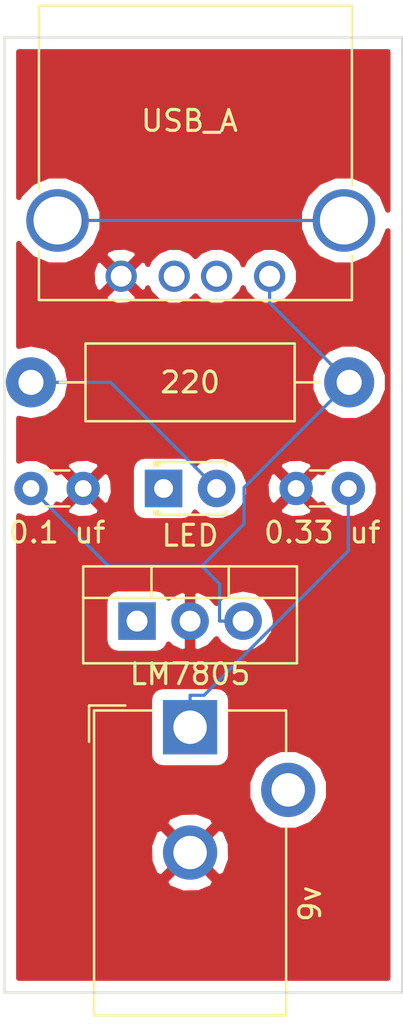
<source format=kicad_pcb>
(kicad_pcb (version 4) (host pcbnew 4.0.7)

  (general
    (links 10)
    (no_connects 0)
    (area 0 0 0 0)
    (thickness 1.6)
    (drawings 4)
    (tracks 17)
    (zones 0)
    (modules 7)
    (nets 11)
  )

  (page A4)
  (layers
    (0 F.Cu signal)
    (31 B.Cu signal)
    (36 B.SilkS user)
    (37 F.SilkS user)
    (38 B.Mask user)
    (39 F.Mask user)
    (44 Edge.Cuts user)
  )

  (setup
    (last_trace_width 0.1524)
    (trace_clearance 0.1524)
    (zone_clearance 0.508)
    (zone_45_only no)
    (trace_min 0.1524)
    (segment_width 0.2)
    (edge_width 0.1)
    (via_size 0.6858)
    (via_drill 0.3302)
    (via_min_size 0.6858)
    (via_min_drill 0.3302)
    (uvia_size 0.6858)
    (uvia_drill 0.3302)
    (uvias_allowed no)
    (uvia_min_size 0)
    (uvia_min_drill 0)
    (pcb_text_width 0.3)
    (pcb_text_size 1.5 1.5)
    (mod_edge_width 0.15)
    (mod_text_size 1 1)
    (mod_text_width 0.15)
    (pad_size 1.5 1.5)
    (pad_drill 0.6)
    (pad_to_mask_clearance 0.0508)
    (aux_axis_origin 0 0)
    (visible_elements FFFFFF7F)
    (pcbplotparams
      (layerselection 0x00030_80000001)
      (usegerberextensions false)
      (excludeedgelayer true)
      (linewidth 0.100000)
      (plotframeref false)
      (viasonmask false)
      (mode 1)
      (useauxorigin false)
      (hpglpennumber 1)
      (hpglpenspeed 20)
      (hpglpendiameter 15)
      (hpglpenoverlay 2)
      (psnegative false)
      (psa4output false)
      (plotreference true)
      (plotvalue true)
      (plotinvisibletext false)
      (padsonsilk false)
      (subtractmaskfromsilk false)
      (outputformat 1)
      (mirror false)
      (drillshape 1)
      (scaleselection 1)
      (outputdirectory ""))
  )

  (net 0 "")
  (net 1 "Net-(9v101-Pad1)")
  (net 2 GND)
  (net 3 "Net-(9v101-Pad3)")
  (net 4 "Net-(C2-Pad1)")
  (net 5 "Net-(D1-Pad1)")
  (net 6 "Net-(D1-Pad2)")
  (net 7 "Net-(J2-Pad3)")
  (net 8 "Net-(J2-Pad2)")
  (net 9 "Net-(J2-Pad5)")
  (net 10 "Net-(U1-Pad1)")

  (net_class Default "This is the default net class."
    (clearance 0.1524)
    (trace_width 0.1524)
    (via_dia 0.6858)
    (via_drill 0.3302)
    (uvia_dia 0.6858)
    (uvia_drill 0.3302)
    (add_net GND)
    (add_net "Net-(9v101-Pad1)")
    (add_net "Net-(9v101-Pad3)")
    (add_net "Net-(C2-Pad1)")
    (add_net "Net-(D1-Pad1)")
    (add_net "Net-(D1-Pad2)")
    (add_net "Net-(J2-Pad2)")
    (add_net "Net-(J2-Pad3)")
    (add_net "Net-(J2-Pad5)")
    (add_net "Net-(U1-Pad1)")
  )

  (module Connectors:Barrel_Jack_CUI_PJ-102AH (layer F.Cu) (tedit 5A820623) (tstamp 5A81FF03)
    (at 151.13 116.84)
    (descr "Thin-pin DC Barrel Jack, https://cdn-shop.adafruit.com/datasheets/21mmdcjackDatasheet.pdf")
    (tags "Power Jack")
    (path /5A728363)
    (fp_text reference 9v (at 5.75 8.45 90) (layer F.SilkS)
      (effects (font (size 1 1) (thickness 0.15)))
    )
    (fp_text value Barrel_Jack (at -5.5 6.2 90) (layer F.Fab) hide
      (effects (font (size 1 1) (thickness 0.15)))
    )
    (fp_line (start 1.8 -1.8) (end 1.8 -1.2) (layer F.CrtYd) (width 0.05))
    (fp_line (start 1.8 -1.2) (end 5 -1.2) (layer F.CrtYd) (width 0.05))
    (fp_line (start 5 -1.2) (end 5 1.2) (layer F.CrtYd) (width 0.05))
    (fp_line (start 5 1.2) (end 6.5 1.2) (layer F.CrtYd) (width 0.05))
    (fp_line (start 6.5 1.2) (end 6.5 4.8) (layer F.CrtYd) (width 0.05))
    (fp_line (start 6.5 4.8) (end 5 4.8) (layer F.CrtYd) (width 0.05))
    (fp_line (start 5 4.8) (end 5 14.2) (layer F.CrtYd) (width 0.05))
    (fp_line (start 5 14.2) (end -5 14.2) (layer F.CrtYd) (width 0.05))
    (fp_line (start -5 14.2) (end -5 -1.2) (layer F.CrtYd) (width 0.05))
    (fp_line (start -5 -1.2) (end -1.8 -1.2) (layer F.CrtYd) (width 0.05))
    (fp_line (start -1.8 -1.2) (end -1.8 -1.8) (layer F.CrtYd) (width 0.05))
    (fp_line (start -1.8 -1.8) (end 1.8 -1.8) (layer F.CrtYd) (width 0.05))
    (fp_line (start 4.6 4.8) (end 4.6 13.8) (layer F.SilkS) (width 0.12))
    (fp_line (start 4.6 13.8) (end -4.6 13.8) (layer F.SilkS) (width 0.12))
    (fp_line (start -4.6 13.8) (end -4.6 -0.8) (layer F.SilkS) (width 0.12))
    (fp_line (start -4.6 -0.8) (end -1.8 -0.8) (layer F.SilkS) (width 0.12))
    (fp_line (start 1.8 -0.8) (end 4.6 -0.8) (layer F.SilkS) (width 0.12))
    (fp_line (start 4.6 -0.8) (end 4.6 1.2) (layer F.SilkS) (width 0.12))
    (fp_line (start -4.84 0.7) (end -4.84 -1.04) (layer F.SilkS) (width 0.12))
    (fp_line (start -4.84 -1.04) (end -3.1 -1.04) (layer F.SilkS) (width 0.12))
    (fp_line (start 4.5 -0.7) (end 4.5 13.7) (layer F.Fab) (width 0.1))
    (fp_line (start 4.5 13.7) (end -4.5 13.7) (layer F.Fab) (width 0.1))
    (fp_line (start -4.5 13.7) (end -4.5 0.3) (layer F.Fab) (width 0.1))
    (fp_line (start -4.5 0.3) (end -3.5 -0.7) (layer F.Fab) (width 0.1))
    (fp_line (start -3.5 -0.7) (end 4.5 -0.7) (layer F.Fab) (width 0.1))
    (fp_line (start -4.5 10.2) (end 4.5 10.2) (layer F.Fab) (width 0.1))
    (fp_text user %R (at 0 6.5) (layer F.Fab)
      (effects (font (size 1 1) (thickness 0.15)))
    )
    (pad 1 thru_hole rect (at 0 0) (size 2.6 2.6) (drill 1.6) (layers *.Cu *.Mask)
      (net 1 "Net-(9v101-Pad1)"))
    (pad 2 thru_hole circle (at 0 6) (size 2.6 2.6) (drill 1.6) (layers *.Cu *.Mask)
      (net 2 GND))
    (pad 3 thru_hole circle (at 4.7 3) (size 2.6 2.6) (drill 1.6) (layers *.Cu *.Mask)
      (net 3 "Net-(9v101-Pad3)"))
    (model ${KISYS3DMOD}/Connectors.3dshapes/Barrel_Jack_CUI_PJ-102AH.wrl
      (at (xyz 0 0 0))
      (scale (xyz 1 1 1))
      (rotate (xyz 0 0 0))
    )
  )

  (module Capacitors_THT:C_Disc_D3.0mm_W1.6mm_P2.50mm (layer F.Cu) (tedit 5A8205F0) (tstamp 5A81FF09)
    (at 156.21 105.41)
    (descr "C, Disc series, Radial, pin pitch=2.50mm, , diameter*width=3.0*1.6mm^2, Capacitor, http://www.vishay.com/docs/45233/krseries.pdf")
    (tags "C Disc series Radial pin pitch 2.50mm  diameter 3.0mm width 1.6mm Capacitor")
    (path /5A6006B1)
    (fp_text reference C1 (at 1.25 -2.11) (layer F.SilkS) hide
      (effects (font (size 1 1) (thickness 0.15)))
    )
    (fp_text value "0.33 uf" (at 1.25 2.11) (layer F.SilkS)
      (effects (font (size 1 1) (thickness 0.15)))
    )
    (fp_line (start -0.25 -0.8) (end -0.25 0.8) (layer F.Fab) (width 0.1))
    (fp_line (start -0.25 0.8) (end 2.75 0.8) (layer F.Fab) (width 0.1))
    (fp_line (start 2.75 0.8) (end 2.75 -0.8) (layer F.Fab) (width 0.1))
    (fp_line (start 2.75 -0.8) (end -0.25 -0.8) (layer F.Fab) (width 0.1))
    (fp_line (start 0.663 -0.861) (end 1.837 -0.861) (layer F.SilkS) (width 0.12))
    (fp_line (start 0.663 0.861) (end 1.837 0.861) (layer F.SilkS) (width 0.12))
    (fp_line (start -1.05 -1.15) (end -1.05 1.15) (layer F.CrtYd) (width 0.05))
    (fp_line (start -1.05 1.15) (end 3.55 1.15) (layer F.CrtYd) (width 0.05))
    (fp_line (start 3.55 1.15) (end 3.55 -1.15) (layer F.CrtYd) (width 0.05))
    (fp_line (start 3.55 -1.15) (end -1.05 -1.15) (layer F.CrtYd) (width 0.05))
    (fp_text user %R (at 1.25 0) (layer F.Fab)
      (effects (font (size 1 1) (thickness 0.15)))
    )
    (pad 1 thru_hole circle (at 0 0) (size 1.6 1.6) (drill 0.8) (layers *.Cu *.Mask)
      (net 2 GND))
    (pad 2 thru_hole circle (at 2.5 0) (size 1.6 1.6) (drill 0.8) (layers *.Cu *.Mask)
      (net 1 "Net-(9v101-Pad1)"))
    (model ${KISYS3DMOD}/Capacitors_THT.3dshapes/C_Disc_D3.0mm_W1.6mm_P2.50mm.wrl
      (at (xyz 0 0 0))
      (scale (xyz 1 1 1))
      (rotate (xyz 0 0 0))
    )
  )

  (module Capacitors_THT:C_Disc_D3.0mm_W1.6mm_P2.50mm (layer F.Cu) (tedit 5A8205C9) (tstamp 5A81FF0F)
    (at 143.51 105.41)
    (descr "C, Disc series, Radial, pin pitch=2.50mm, , diameter*width=3.0*1.6mm^2, Capacitor, http://www.vishay.com/docs/45233/krseries.pdf")
    (tags "C Disc series Radial pin pitch 2.50mm  diameter 3.0mm width 1.6mm Capacitor")
    (path /5A60078F)
    (fp_text reference C2 (at 1.25 -2.11) (layer F.SilkS) hide
      (effects (font (size 1 1) (thickness 0.15)))
    )
    (fp_text value "0.1 uf" (at 1.25 2.11) (layer F.SilkS)
      (effects (font (size 1 1) (thickness 0.15)))
    )
    (fp_line (start -0.25 -0.8) (end -0.25 0.8) (layer F.Fab) (width 0.1))
    (fp_line (start -0.25 0.8) (end 2.75 0.8) (layer F.Fab) (width 0.1))
    (fp_line (start 2.75 0.8) (end 2.75 -0.8) (layer F.Fab) (width 0.1))
    (fp_line (start 2.75 -0.8) (end -0.25 -0.8) (layer F.Fab) (width 0.1))
    (fp_line (start 0.663 -0.861) (end 1.837 -0.861) (layer F.SilkS) (width 0.12))
    (fp_line (start 0.663 0.861) (end 1.837 0.861) (layer F.SilkS) (width 0.12))
    (fp_line (start -1.05 -1.15) (end -1.05 1.15) (layer F.CrtYd) (width 0.05))
    (fp_line (start -1.05 1.15) (end 3.55 1.15) (layer F.CrtYd) (width 0.05))
    (fp_line (start 3.55 1.15) (end 3.55 -1.15) (layer F.CrtYd) (width 0.05))
    (fp_line (start 3.55 -1.15) (end -1.05 -1.15) (layer F.CrtYd) (width 0.05))
    (fp_text user %R (at 1.25 0) (layer F.Fab)
      (effects (font (size 1 1) (thickness 0.15)))
    )
    (pad 1 thru_hole circle (at 0 0) (size 1.6 1.6) (drill 0.8) (layers *.Cu *.Mask)
      (net 4 "Net-(C2-Pad1)"))
    (pad 2 thru_hole circle (at 2.5 0) (size 1.6 1.6) (drill 0.8) (layers *.Cu *.Mask)
      (net 2 GND))
    (model ${KISYS3DMOD}/Capacitors_THT.3dshapes/C_Disc_D3.0mm_W1.6mm_P2.50mm.wrl
      (at (xyz 0 0 0))
      (scale (xyz 1 1 1))
      (rotate (xyz 0 0 0))
    )
  )

  (module LEDs:LED_D1.8mm_W3.3mm_H2.4mm (layer F.Cu) (tedit 5A820672) (tstamp 5A81FF15)
    (at 149.86 105.41)
    (descr "LED, Round,  Rectangular size 3.3x2.4mm^2 diameter 1.8mm, 2 pins")
    (tags "LED Round  Rectangular size 3.3x2.4mm^2 diameter 1.8mm 2 pins")
    (path /5A600C0B)
    (fp_text reference D1 (at 1.27 -2.26) (layer F.SilkS) hide
      (effects (font (size 1 1) (thickness 0.15)))
    )
    (fp_text value LED (at 1.27 2.26) (layer F.SilkS)
      (effects (font (size 1 1) (thickness 0.15)))
    )
    (fp_circle (center 1.27 0) (end 2.17 0) (layer F.Fab) (width 0.1))
    (fp_line (start -0.38 -1.2) (end -0.38 1.2) (layer F.Fab) (width 0.1))
    (fp_line (start -0.38 1.2) (end 2.92 1.2) (layer F.Fab) (width 0.1))
    (fp_line (start 2.92 1.2) (end 2.92 -1.2) (layer F.Fab) (width 0.1))
    (fp_line (start 2.92 -1.2) (end -0.38 -1.2) (layer F.Fab) (width 0.1))
    (fp_line (start -0.44 -1.26) (end 2.98 -1.26) (layer F.SilkS) (width 0.12))
    (fp_line (start -0.44 1.26) (end 2.98 1.26) (layer F.SilkS) (width 0.12))
    (fp_line (start -0.44 -1.26) (end -0.44 -1.08) (layer F.SilkS) (width 0.12))
    (fp_line (start -0.44 1.08) (end -0.44 1.26) (layer F.SilkS) (width 0.12))
    (fp_line (start 2.98 -1.26) (end 2.98 -1.095) (layer F.SilkS) (width 0.12))
    (fp_line (start 2.98 1.095) (end 2.98 1.26) (layer F.SilkS) (width 0.12))
    (fp_line (start -0.32 -1.26) (end -0.32 -1.08) (layer F.SilkS) (width 0.12))
    (fp_line (start -0.32 1.08) (end -0.32 1.26) (layer F.SilkS) (width 0.12))
    (fp_line (start -0.2 -1.26) (end -0.2 -1.08) (layer F.SilkS) (width 0.12))
    (fp_line (start -0.2 1.08) (end -0.2 1.26) (layer F.SilkS) (width 0.12))
    (fp_line (start -1.15 -1.55) (end -1.15 1.55) (layer F.CrtYd) (width 0.05))
    (fp_line (start -1.15 1.55) (end 3.7 1.55) (layer F.CrtYd) (width 0.05))
    (fp_line (start 3.7 1.55) (end 3.7 -1.55) (layer F.CrtYd) (width 0.05))
    (fp_line (start 3.7 -1.55) (end -1.15 -1.55) (layer F.CrtYd) (width 0.05))
    (pad 1 thru_hole rect (at 0 0) (size 1.8 1.8) (drill 0.9) (layers *.Cu *.Mask)
      (net 5 "Net-(D1-Pad1)"))
    (pad 2 thru_hole circle (at 2.54 0) (size 1.8 1.8) (drill 0.9) (layers *.Cu *.Mask)
      (net 6 "Net-(D1-Pad2)"))
    (model ${KISYS3DMOD}/LEDs.3dshapes/LED_D1.8mm_W3.3mm_H2.4mm.wrl
      (at (xyz 0 0 0))
      (scale (xyz 0.393701 0.393701 0.393701))
      (rotate (xyz 0 0 0))
    )
  )

  (module Connectors:USB_A (layer F.Cu) (tedit 5A820656) (tstamp 5A81FF1F)
    (at 154.94 95.25 180)
    (descr "USB A connector")
    (tags "USB USB_A")
    (path /5A601268)
    (fp_text reference J2 (at 3.81 -2.54 180) (layer F.SilkS) hide
      (effects (font (size 1 1) (thickness 0.15)))
    )
    (fp_text value USB_A (at 3.84 7.44 180) (layer F.SilkS)
      (effects (font (size 1 1) (thickness 0.15)))
    )
    (fp_line (start -5.3 13.2) (end -5.3 -1.4) (layer F.CrtYd) (width 0.05))
    (fp_line (start 11.95 -1.4) (end 11.95 13.2) (layer F.CrtYd) (width 0.05))
    (fp_line (start -5.3 13.2) (end 11.95 13.2) (layer F.CrtYd) (width 0.05))
    (fp_line (start -5.3 -1.4) (end 11.95 -1.4) (layer F.CrtYd) (width 0.05))
    (fp_line (start 11.05 -1.14) (end 11.05 1.19) (layer F.SilkS) (width 0.12))
    (fp_line (start -3.94 -1.14) (end -3.94 0.98) (layer F.SilkS) (width 0.12))
    (fp_line (start 11.05 -1.14) (end -3.94 -1.14) (layer F.SilkS) (width 0.12))
    (fp_line (start 11.05 12.95) (end -3.94 12.95) (layer F.SilkS) (width 0.12))
    (fp_line (start 11.05 4.15) (end 11.05 12.95) (layer F.SilkS) (width 0.12))
    (fp_line (start -3.94 4.35) (end -3.94 12.95) (layer F.SilkS) (width 0.12))
    (pad 4 thru_hole circle (at 7.11 0 90) (size 1.5 1.5) (drill 1) (layers *.Cu *.Mask)
      (net 2 GND))
    (pad 3 thru_hole circle (at 4.57 0 90) (size 1.5 1.5) (drill 1) (layers *.Cu *.Mask)
      (net 7 "Net-(J2-Pad3)"))
    (pad 2 thru_hole circle (at 2.54 0 90) (size 1.5 1.5) (drill 1) (layers *.Cu *.Mask)
      (net 8 "Net-(J2-Pad2)"))
    (pad 1 thru_hole circle (at 0 0 90) (size 1.5 1.5) (drill 1) (layers *.Cu *.Mask)
      (net 4 "Net-(C2-Pad1)"))
    (pad 5 thru_hole circle (at 10.16 2.67 90) (size 3 3) (drill 2.3) (layers *.Cu *.Mask)
      (net 9 "Net-(J2-Pad5)"))
    (pad 5 thru_hole circle (at -3.56 2.67 90) (size 3 3) (drill 2.3) (layers *.Cu *.Mask)
      (net 9 "Net-(J2-Pad5)"))
    (model ${KISYS3DMOD}/Connectors.3dshapes/USB_A.wrl
      (at (xyz 0.14 0 0))
      (scale (xyz 1 1 1))
      (rotate (xyz 0 0 90))
    )
  )

  (module Resistors_THT:R_Axial_DIN0411_L9.9mm_D3.6mm_P15.24mm_Horizontal (layer F.Cu) (tedit 5A8205E0) (tstamp 5A81FF25)
    (at 158.75 100.33 180)
    (descr "Resistor, Axial_DIN0411 series, Axial, Horizontal, pin pitch=15.24mm, 1W = 1/1W, length*diameter=9.9*3.6mm^2")
    (tags "Resistor Axial_DIN0411 series Axial Horizontal pin pitch 15.24mm 1W = 1/1W length 9.9mm diameter 3.6mm")
    (path /5A600E28)
    (fp_text reference R1 (at 7.62 -2.86 180) (layer F.SilkS) hide
      (effects (font (size 1 1) (thickness 0.15)))
    )
    (fp_text value 220 (at 7.62 0 180) (layer F.SilkS)
      (effects (font (size 1 1) (thickness 0.15)))
    )
    (fp_line (start 2.67 -1.8) (end 2.67 1.8) (layer F.Fab) (width 0.1))
    (fp_line (start 2.67 1.8) (end 12.57 1.8) (layer F.Fab) (width 0.1))
    (fp_line (start 12.57 1.8) (end 12.57 -1.8) (layer F.Fab) (width 0.1))
    (fp_line (start 12.57 -1.8) (end 2.67 -1.8) (layer F.Fab) (width 0.1))
    (fp_line (start 0 0) (end 2.67 0) (layer F.Fab) (width 0.1))
    (fp_line (start 15.24 0) (end 12.57 0) (layer F.Fab) (width 0.1))
    (fp_line (start 2.61 -1.86) (end 2.61 1.86) (layer F.SilkS) (width 0.12))
    (fp_line (start 2.61 1.86) (end 12.63 1.86) (layer F.SilkS) (width 0.12))
    (fp_line (start 12.63 1.86) (end 12.63 -1.86) (layer F.SilkS) (width 0.12))
    (fp_line (start 12.63 -1.86) (end 2.61 -1.86) (layer F.SilkS) (width 0.12))
    (fp_line (start 1.38 0) (end 2.61 0) (layer F.SilkS) (width 0.12))
    (fp_line (start 13.86 0) (end 12.63 0) (layer F.SilkS) (width 0.12))
    (fp_line (start -1.45 -2.15) (end -1.45 2.15) (layer F.CrtYd) (width 0.05))
    (fp_line (start -1.45 2.15) (end 16.7 2.15) (layer F.CrtYd) (width 0.05))
    (fp_line (start 16.7 2.15) (end 16.7 -2.15) (layer F.CrtYd) (width 0.05))
    (fp_line (start 16.7 -2.15) (end -1.45 -2.15) (layer F.CrtYd) (width 0.05))
    (pad 1 thru_hole circle (at 0 0 180) (size 2.4 2.4) (drill 1.2) (layers *.Cu *.Mask)
      (net 4 "Net-(C2-Pad1)"))
    (pad 2 thru_hole oval (at 15.24 0 180) (size 2.4 2.4) (drill 1.2) (layers *.Cu *.Mask)
      (net 6 "Net-(D1-Pad2)"))
    (model ${KISYS3DMOD}/Resistors_THT.3dshapes/R_Axial_DIN0411_L9.9mm_D3.6mm_P15.24mm_Horizontal.wrl
      (at (xyz 0 0 0))
      (scale (xyz 0.393701 0.393701 0.393701))
      (rotate (xyz 0 0 0))
    )
  )

  (module TO_SOT_Packages_THT:TO-220-3_Vertical (layer F.Cu) (tedit 5A82066B) (tstamp 5A81FF2C)
    (at 148.59 111.76)
    (descr "TO-220-3, Vertical, RM 2.54mm")
    (tags "TO-220-3 Vertical RM 2.54mm")
    (path /5A60044A)
    (fp_text reference U1 (at 2.54 -3.62) (layer F.SilkS) hide
      (effects (font (size 1 1) (thickness 0.15)))
    )
    (fp_text value LM7805 (at 2.54 2.54) (layer F.SilkS)
      (effects (font (size 1 1) (thickness 0.15)))
    )
    (fp_text user %R (at 2.54 -3.62) (layer F.Fab)
      (effects (font (size 1 1) (thickness 0.15)))
    )
    (fp_line (start -2.46 -2.5) (end -2.46 1.9) (layer F.Fab) (width 0.1))
    (fp_line (start -2.46 1.9) (end 7.54 1.9) (layer F.Fab) (width 0.1))
    (fp_line (start 7.54 1.9) (end 7.54 -2.5) (layer F.Fab) (width 0.1))
    (fp_line (start 7.54 -2.5) (end -2.46 -2.5) (layer F.Fab) (width 0.1))
    (fp_line (start -2.46 -1.23) (end 7.54 -1.23) (layer F.Fab) (width 0.1))
    (fp_line (start 0.69 -2.5) (end 0.69 -1.23) (layer F.Fab) (width 0.1))
    (fp_line (start 4.39 -2.5) (end 4.39 -1.23) (layer F.Fab) (width 0.1))
    (fp_line (start -2.58 -2.62) (end 7.66 -2.62) (layer F.SilkS) (width 0.12))
    (fp_line (start -2.58 2.021) (end 7.66 2.021) (layer F.SilkS) (width 0.12))
    (fp_line (start -2.58 -2.62) (end -2.58 2.021) (layer F.SilkS) (width 0.12))
    (fp_line (start 7.66 -2.62) (end 7.66 2.021) (layer F.SilkS) (width 0.12))
    (fp_line (start -2.58 -1.11) (end 7.66 -1.11) (layer F.SilkS) (width 0.12))
    (fp_line (start 0.69 -2.62) (end 0.69 -1.11) (layer F.SilkS) (width 0.12))
    (fp_line (start 4.391 -2.62) (end 4.391 -1.11) (layer F.SilkS) (width 0.12))
    (fp_line (start -2.71 -2.75) (end -2.71 2.16) (layer F.CrtYd) (width 0.05))
    (fp_line (start -2.71 2.16) (end 7.79 2.16) (layer F.CrtYd) (width 0.05))
    (fp_line (start 7.79 2.16) (end 7.79 -2.75) (layer F.CrtYd) (width 0.05))
    (fp_line (start 7.79 -2.75) (end -2.71 -2.75) (layer F.CrtYd) (width 0.05))
    (pad 1 thru_hole rect (at 0 0) (size 1.8 1.8) (drill 1) (layers *.Cu *.Mask)
      (net 10 "Net-(U1-Pad1)"))
    (pad 2 thru_hole oval (at 2.54 0) (size 1.8 1.8) (drill 1) (layers *.Cu *.Mask)
      (net 2 GND))
    (pad 3 thru_hole oval (at 5.08 0) (size 1.8 1.8) (drill 1) (layers *.Cu *.Mask)
      (net 4 "Net-(C2-Pad1)"))
    (model ${KISYS3DMOD}/TO_SOT_Packages_THT.3dshapes/TO-220-3_Vertical.wrl
      (at (xyz 0.1 0 0))
      (scale (xyz 0.393701 0.393701 0.393701))
      (rotate (xyz 0 0 0))
    )
  )

  (gr_line (start 142.24 129.54) (end 142.24 83.82) (angle 90) (layer Edge.Cuts) (width 0.1))
  (gr_line (start 161.29 129.54) (end 142.24 129.54) (angle 90) (layer Edge.Cuts) (width 0.1))
  (gr_line (start 161.29 83.82) (end 161.29 129.54) (angle 90) (layer Edge.Cuts) (width 0.1))
  (gr_line (start 142.24 83.82) (end 161.29 83.82) (angle 90) (layer Edge.Cuts) (width 0.1))

  (segment (start 151.7989 115.3111) (end 151.13 115.3111) (width 0.1524) (layer B.Cu) (net 1))
  (segment (start 158.71 108.4) (end 151.7989 115.3111) (width 0.1524) (layer B.Cu) (net 1))
  (segment (start 158.71 105.41) (end 158.71 108.4) (width 0.1524) (layer B.Cu) (net 1))
  (segment (start 151.13 116.84) (end 151.13 115.3111) (width 0.1524) (layer B.Cu) (net 1))
  (segment (start 153.67 111.76) (end 152.5411 111.76) (width 0.1524) (layer B.Cu) (net 4))
  (segment (start 147.23 109.13) (end 143.51 105.41) (width 0.1524) (layer B.Cu) (net 4))
  (segment (start 151.6945 109.13) (end 147.23 109.13) (width 0.1524) (layer B.Cu) (net 4))
  (segment (start 152.5411 109.9766) (end 152.5411 111.76) (width 0.1524) (layer B.Cu) (net 4))
  (segment (start 151.6945 109.13) (end 152.5411 109.9766) (width 0.1524) (layer B.Cu) (net 4))
  (segment (start 153.7164 107.1081) (end 151.6945 109.13) (width 0.1524) (layer B.Cu) (net 4))
  (segment (start 153.7164 105.3636) (end 153.7164 107.1081) (width 0.1524) (layer B.Cu) (net 4))
  (segment (start 158.75 100.33) (end 153.7164 105.3636) (width 0.1524) (layer B.Cu) (net 4))
  (segment (start 154.94 96.52) (end 154.94 95.25) (width 0.1524) (layer B.Cu) (net 4))
  (segment (start 158.75 100.33) (end 154.94 96.52) (width 0.1524) (layer B.Cu) (net 4))
  (segment (start 147.32 100.33) (end 152.4 105.41) (width 0.1524) (layer B.Cu) (net 6))
  (segment (start 143.51 100.33) (end 147.32 100.33) (width 0.1524) (layer B.Cu) (net 6))
  (segment (start 158.5 92.58) (end 144.78 92.58) (width 0.1524) (layer B.Cu) (net 9))

  (zone (net 2) (net_name GND) (layer F.Cu) (tstamp 5A8203C0) (hatch edge 0.508)
    (connect_pads (clearance 0.508))
    (min_thickness 0.254)
    (fill yes (arc_segments 16) (thermal_gap 0.508) (thermal_bridge_width 0.508))
    (polygon
      (pts
        (xy 161.29 129.54) (xy 142.24 129.54) (xy 142.24 83.82) (xy 161.29 83.82)
      )
    )
    (filled_polygon
      (pts
        (xy 160.605 92.083684) (xy 160.31102 91.3722) (xy 159.710959 90.771091) (xy 158.926541 90.445372) (xy 158.077185 90.44463)
        (xy 157.2922 90.76898) (xy 156.691091 91.369041) (xy 156.365372 92.153459) (xy 156.36463 93.002815) (xy 156.68898 93.7878)
        (xy 157.289041 94.388909) (xy 158.073459 94.714628) (xy 158.922815 94.71537) (xy 159.7078 94.39102) (xy 160.308909 93.790959)
        (xy 160.605 93.077893) (xy 160.605 128.855) (xy 142.925 128.855) (xy 142.925 124.209459) (xy 149.940146 124.209459)
        (xy 150.075504 124.507455) (xy 150.79388 124.784066) (xy 151.563427 124.76471) (xy 152.184496 124.507455) (xy 152.319854 124.209459)
        (xy 151.13 123.019605) (xy 149.940146 124.209459) (xy 142.925 124.209459) (xy 142.925 122.50388) (xy 149.185934 122.50388)
        (xy 149.20529 123.273427) (xy 149.462545 123.894496) (xy 149.760541 124.029854) (xy 150.950395 122.84) (xy 151.309605 122.84)
        (xy 152.499459 124.029854) (xy 152.797455 123.894496) (xy 153.074066 123.17612) (xy 153.05471 122.406573) (xy 152.797455 121.785504)
        (xy 152.499459 121.650146) (xy 151.309605 122.84) (xy 150.950395 122.84) (xy 149.760541 121.650146) (xy 149.462545 121.785504)
        (xy 149.185934 122.50388) (xy 142.925 122.50388) (xy 142.925 121.470541) (xy 149.940146 121.470541) (xy 151.13 122.660395)
        (xy 152.319854 121.470541) (xy 152.184496 121.172545) (xy 151.46612 120.895934) (xy 150.696573 120.91529) (xy 150.075504 121.172545)
        (xy 149.940146 121.470541) (xy 142.925 121.470541) (xy 142.925 120.223207) (xy 153.894665 120.223207) (xy 154.18863 120.934658)
        (xy 154.732479 121.479457) (xy 155.443416 121.774663) (xy 156.213207 121.775335) (xy 156.924658 121.48137) (xy 157.469457 120.937521)
        (xy 157.764663 120.226584) (xy 157.765335 119.456793) (xy 157.47137 118.745342) (xy 156.927521 118.200543) (xy 156.216584 117.905337)
        (xy 155.446793 117.904665) (xy 154.735342 118.19863) (xy 154.190543 118.742479) (xy 153.895337 119.453416) (xy 153.894665 120.223207)
        (xy 142.925 120.223207) (xy 142.925 115.54) (xy 149.18256 115.54) (xy 149.18256 118.14) (xy 149.226838 118.375317)
        (xy 149.36591 118.591441) (xy 149.57811 118.736431) (xy 149.83 118.78744) (xy 152.43 118.78744) (xy 152.665317 118.743162)
        (xy 152.881441 118.60409) (xy 153.026431 118.39189) (xy 153.07744 118.14) (xy 153.07744 115.54) (xy 153.033162 115.304683)
        (xy 152.89409 115.088559) (xy 152.68189 114.943569) (xy 152.43 114.89256) (xy 149.83 114.89256) (xy 149.594683 114.936838)
        (xy 149.378559 115.07591) (xy 149.233569 115.28811) (xy 149.18256 115.54) (xy 142.925 115.54) (xy 142.925 110.86)
        (xy 147.04256 110.86) (xy 147.04256 112.66) (xy 147.086838 112.895317) (xy 147.22591 113.111441) (xy 147.43811 113.256431)
        (xy 147.69 113.30744) (xy 149.49 113.30744) (xy 149.725317 113.263162) (xy 149.941441 113.12409) (xy 150.086431 112.91189)
        (xy 150.096766 112.860854) (xy 150.222424 112.997966) (xy 150.765258 113.251046) (xy 151.003 113.130997) (xy 151.003 111.887)
        (xy 150.983 111.887) (xy 150.983 111.633) (xy 151.003 111.633) (xy 151.003 110.389003) (xy 151.257 110.389003)
        (xy 151.257 111.633) (xy 151.277 111.633) (xy 151.277 111.887) (xy 151.257 111.887) (xy 151.257 113.130997)
        (xy 151.494742 113.251046) (xy 152.037576 112.997966) (xy 152.395499 112.607418) (xy 152.554519 112.845409) (xy 153.052509 113.178155)
        (xy 153.639928 113.295) (xy 153.700072 113.295) (xy 154.287491 113.178155) (xy 154.785481 112.845409) (xy 155.118227 112.347419)
        (xy 155.235072 111.76) (xy 155.118227 111.172581) (xy 154.785481 110.674591) (xy 154.287491 110.341845) (xy 153.700072 110.225)
        (xy 153.639928 110.225) (xy 153.052509 110.341845) (xy 152.554519 110.674591) (xy 152.395499 110.912582) (xy 152.037576 110.522034)
        (xy 151.494742 110.268954) (xy 151.257 110.389003) (xy 151.003 110.389003) (xy 150.765258 110.268954) (xy 150.222424 110.522034)
        (xy 150.099156 110.656538) (xy 150.093162 110.624683) (xy 149.95409 110.408559) (xy 149.74189 110.263569) (xy 149.49 110.21256)
        (xy 147.69 110.21256) (xy 147.454683 110.256838) (xy 147.238559 110.39591) (xy 147.093569 110.60811) (xy 147.04256 110.86)
        (xy 142.925 110.86) (xy 142.925 106.720881) (xy 143.223309 106.84475) (xy 143.794187 106.845248) (xy 144.3218 106.627243)
        (xy 144.531663 106.417745) (xy 145.181861 106.417745) (xy 145.255995 106.663864) (xy 145.793223 106.856965) (xy 146.363454 106.829778)
        (xy 146.764005 106.663864) (xy 146.838139 106.417745) (xy 146.01 105.589605) (xy 145.181861 106.417745) (xy 144.531663 106.417745)
        (xy 144.725824 106.223923) (xy 144.753423 106.157456) (xy 144.756136 106.164005) (xy 145.002255 106.238139) (xy 145.830395 105.41)
        (xy 146.189605 105.41) (xy 147.017745 106.238139) (xy 147.263864 106.164005) (xy 147.456965 105.626777) (xy 147.429778 105.056546)
        (xy 147.263864 104.655995) (xy 147.017745 104.581861) (xy 146.189605 105.41) (xy 145.830395 105.41) (xy 145.002255 104.581861)
        (xy 144.756136 104.655995) (xy 144.753804 104.662483) (xy 144.727243 104.5982) (xy 144.53164 104.402255) (xy 145.181861 104.402255)
        (xy 146.01 105.230395) (xy 146.730394 104.51) (xy 148.31256 104.51) (xy 148.31256 106.31) (xy 148.356838 106.545317)
        (xy 148.49591 106.761441) (xy 148.70811 106.906431) (xy 148.96 106.95744) (xy 150.76 106.95744) (xy 150.995317 106.913162)
        (xy 151.211441 106.77409) (xy 151.356431 106.56189) (xy 151.360567 106.541466) (xy 151.529357 106.710551) (xy 152.09333 106.944733)
        (xy 152.703991 106.945265) (xy 153.268371 106.712068) (xy 153.563209 106.417745) (xy 155.381861 106.417745) (xy 155.455995 106.663864)
        (xy 155.993223 106.856965) (xy 156.563454 106.829778) (xy 156.964005 106.663864) (xy 157.038139 106.417745) (xy 156.21 105.589605)
        (xy 155.381861 106.417745) (xy 153.563209 106.417745) (xy 153.700551 106.280643) (xy 153.934733 105.71667) (xy 153.935189 105.193223)
        (xy 154.763035 105.193223) (xy 154.790222 105.763454) (xy 154.956136 106.164005) (xy 155.202255 106.238139) (xy 156.030395 105.41)
        (xy 156.389605 105.41) (xy 157.217745 106.238139) (xy 157.463864 106.164005) (xy 157.466196 106.157517) (xy 157.492757 106.2218)
        (xy 157.896077 106.625824) (xy 158.423309 106.84475) (xy 158.994187 106.845248) (xy 159.5218 106.627243) (xy 159.925824 106.223923)
        (xy 160.14475 105.696691) (xy 160.145248 105.125813) (xy 159.927243 104.5982) (xy 159.523923 104.194176) (xy 158.996691 103.97525)
        (xy 158.425813 103.974752) (xy 157.8982 104.192757) (xy 157.494176 104.596077) (xy 157.466577 104.662544) (xy 157.463864 104.655995)
        (xy 157.217745 104.581861) (xy 156.389605 105.41) (xy 156.030395 105.41) (xy 155.202255 104.581861) (xy 154.956136 104.655995)
        (xy 154.763035 105.193223) (xy 153.935189 105.193223) (xy 153.935265 105.106009) (xy 153.702068 104.541629) (xy 153.562938 104.402255)
        (xy 155.381861 104.402255) (xy 156.21 105.230395) (xy 157.038139 104.402255) (xy 156.964005 104.156136) (xy 156.426777 103.963035)
        (xy 155.856546 103.990222) (xy 155.455995 104.156136) (xy 155.381861 104.402255) (xy 153.562938 104.402255) (xy 153.270643 104.109449)
        (xy 152.70667 103.875267) (xy 152.096009 103.874735) (xy 151.531629 104.107932) (xy 151.363387 104.27588) (xy 151.363162 104.274683)
        (xy 151.22409 104.058559) (xy 151.01189 103.913569) (xy 150.76 103.86256) (xy 148.96 103.86256) (xy 148.724683 103.906838)
        (xy 148.508559 104.04591) (xy 148.363569 104.25811) (xy 148.31256 104.51) (xy 146.730394 104.51) (xy 146.838139 104.402255)
        (xy 146.764005 104.156136) (xy 146.226777 103.963035) (xy 145.656546 103.990222) (xy 145.255995 104.156136) (xy 145.181861 104.402255)
        (xy 144.53164 104.402255) (xy 144.323923 104.194176) (xy 143.796691 103.97525) (xy 143.225813 103.974752) (xy 142.925 104.099045)
        (xy 142.925 102.055787) (xy 143.47405 102.165) (xy 143.54595 102.165) (xy 144.248174 102.025319) (xy 144.843491 101.627541)
        (xy 145.241269 101.032224) (xy 145.308664 100.693403) (xy 156.914682 100.693403) (xy 157.193455 101.368086) (xy 157.709199 101.88473)
        (xy 158.383395 102.164681) (xy 159.113403 102.165318) (xy 159.788086 101.886545) (xy 160.30473 101.370801) (xy 160.584681 100.696605)
        (xy 160.585318 99.966597) (xy 160.306545 99.291914) (xy 159.790801 98.77527) (xy 159.116605 98.495319) (xy 158.386597 98.494682)
        (xy 157.711914 98.773455) (xy 157.19527 99.289199) (xy 156.915319 99.963395) (xy 156.914682 100.693403) (xy 145.308664 100.693403)
        (xy 145.38095 100.33) (xy 145.241269 99.627776) (xy 144.843491 99.032459) (xy 144.248174 98.634681) (xy 143.54595 98.495)
        (xy 143.47405 98.495) (xy 142.925 98.604213) (xy 142.925 96.221517) (xy 147.038088 96.221517) (xy 147.106077 96.46246)
        (xy 147.625171 96.647201) (xy 148.175448 96.61923) (xy 148.553923 96.46246) (xy 148.621912 96.221517) (xy 147.83 95.429605)
        (xy 147.038088 96.221517) (xy 142.925 96.221517) (xy 142.925 95.045171) (xy 146.432799 95.045171) (xy 146.46077 95.595448)
        (xy 146.61754 95.973923) (xy 146.858483 96.041912) (xy 147.650395 95.25) (xy 148.009605 95.25) (xy 148.801517 96.041912)
        (xy 149.04246 95.973923) (xy 149.101732 95.807379) (xy 149.195169 96.033515) (xy 149.584436 96.423461) (xy 150.093298 96.634759)
        (xy 150.644285 96.63524) (xy 151.153515 96.424831) (xy 151.385062 96.193687) (xy 151.614436 96.423461) (xy 152.123298 96.634759)
        (xy 152.674285 96.63524) (xy 153.183515 96.424831) (xy 153.573461 96.035564) (xy 153.669976 95.80313) (xy 153.765169 96.033515)
        (xy 154.154436 96.423461) (xy 154.663298 96.634759) (xy 155.214285 96.63524) (xy 155.723515 96.424831) (xy 156.113461 96.035564)
        (xy 156.324759 95.526702) (xy 156.32524 94.975715) (xy 156.114831 94.466485) (xy 155.725564 94.076539) (xy 155.216702 93.865241)
        (xy 154.665715 93.86476) (xy 154.156485 94.075169) (xy 153.766539 94.464436) (xy 153.670024 94.69687) (xy 153.574831 94.466485)
        (xy 153.185564 94.076539) (xy 152.676702 93.865241) (xy 152.125715 93.86476) (xy 151.616485 94.075169) (xy 151.384938 94.306313)
        (xy 151.155564 94.076539) (xy 150.646702 93.865241) (xy 150.095715 93.86476) (xy 149.586485 94.075169) (xy 149.196539 94.464436)
        (xy 149.106623 94.680979) (xy 149.04246 94.526077) (xy 148.801517 94.458088) (xy 148.009605 95.25) (xy 147.650395 95.25)
        (xy 146.858483 94.458088) (xy 146.61754 94.526077) (xy 146.432799 95.045171) (xy 142.925 95.045171) (xy 142.925 93.681361)
        (xy 142.96898 93.7878) (xy 143.569041 94.388909) (xy 144.353459 94.714628) (xy 145.202815 94.71537) (xy 145.9878 94.39102)
        (xy 146.100533 94.278483) (xy 147.038088 94.278483) (xy 147.83 95.070395) (xy 148.621912 94.278483) (xy 148.553923 94.03754)
        (xy 148.034829 93.852799) (xy 147.484552 93.88077) (xy 147.106077 94.03754) (xy 147.038088 94.278483) (xy 146.100533 94.278483)
        (xy 146.588909 93.790959) (xy 146.914628 93.006541) (xy 146.91537 92.157185) (xy 146.59102 91.3722) (xy 145.990959 90.771091)
        (xy 145.206541 90.445372) (xy 144.357185 90.44463) (xy 143.5722 90.76898) (xy 142.971091 91.369041) (xy 142.925 91.48004)
        (xy 142.925 84.505) (xy 160.605 84.505)
      )
    )
  )
)

</source>
